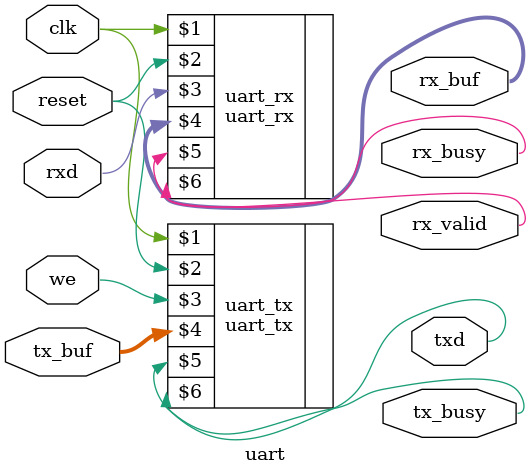
<source format=sv>
module uart (
    input logic clk,
    input logic reset,

    input logic we,
    input logic [7:0] tx_buf,

    input logic rxd,

    output logic txd,
    output logic tx_busy,

    output logic [7:0] rx_buf,
    output logic rx_busy,
    output logic rx_valid
);

  uart_tx uart_tx (
      clk,
      reset,
      we,
      tx_buf,

      txd,
      tx_busy
  );

  uart_rx uart_rx (
      clk,
      reset,
      rxd,

      rx_buf,
      rx_busy,
      rx_valid
  );

endmodule

</source>
